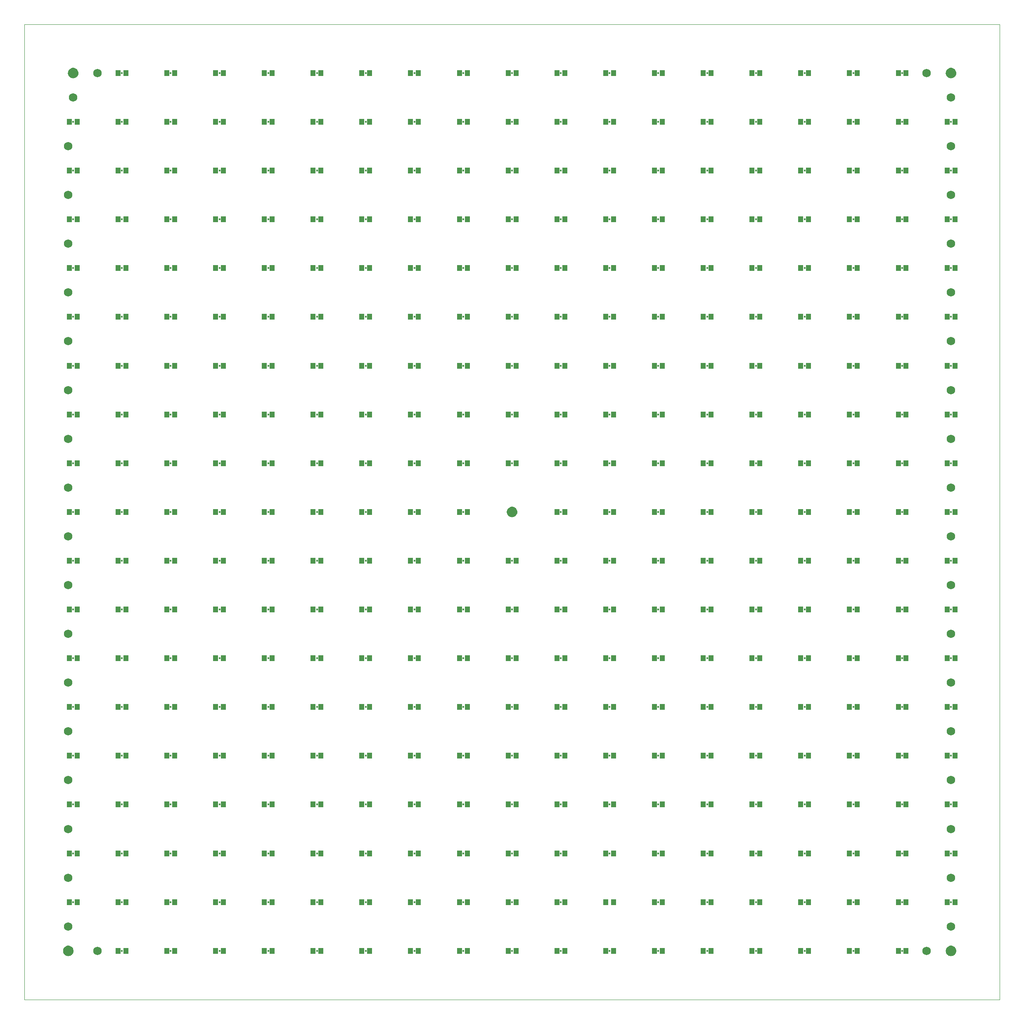
<source format=gts>
G75*
%MOIN*%
%OFA0B0*%
%FSLAX25Y25*%
%IPPOS*%
%LPD*%
%AMOC8*
5,1,8,0,0,1.08239X$1,22.5*
%
%ADD10C,0.00000*%
%ADD11R,0.04343X0.04737*%
%ADD12C,0.01587*%
%ADD13C,0.00500*%
%ADD14C,0.06800*%
D10*
X0020779Y0001800D02*
X0020779Y0789202D01*
X0808180Y0789202D01*
X0808180Y0001800D01*
X0020779Y0001800D01*
D11*
X0096369Y0041170D03*
X0102669Y0041170D03*
X0135740Y0041170D03*
X0142039Y0041170D03*
X0175110Y0041170D03*
X0181409Y0041170D03*
X0214480Y0041170D03*
X0220779Y0041170D03*
X0253850Y0041170D03*
X0260149Y0041170D03*
X0293220Y0041170D03*
X0299519Y0041170D03*
X0332590Y0041170D03*
X0338889Y0041170D03*
X0371960Y0041170D03*
X0378259Y0041170D03*
X0411330Y0041170D03*
X0417629Y0041170D03*
X0450700Y0041170D03*
X0456999Y0041170D03*
X0490070Y0041170D03*
X0496369Y0041170D03*
X0529440Y0041170D03*
X0535740Y0041170D03*
X0568810Y0041170D03*
X0575110Y0041170D03*
X0608180Y0041170D03*
X0614480Y0041170D03*
X0647551Y0041170D03*
X0653850Y0041170D03*
X0686921Y0041170D03*
X0693220Y0041170D03*
X0726291Y0041170D03*
X0732590Y0041170D03*
X0732590Y0080540D03*
X0726291Y0080540D03*
X0693220Y0080540D03*
X0686921Y0080540D03*
X0653850Y0080540D03*
X0647551Y0080540D03*
X0614480Y0080540D03*
X0608180Y0080540D03*
X0575110Y0080540D03*
X0568810Y0080540D03*
X0535740Y0080540D03*
X0529440Y0080540D03*
X0496369Y0080540D03*
X0490070Y0080540D03*
X0456999Y0080540D03*
X0450700Y0080540D03*
X0417629Y0080540D03*
X0411330Y0080540D03*
X0378259Y0080540D03*
X0371960Y0080540D03*
X0338889Y0080540D03*
X0332590Y0080540D03*
X0299519Y0080540D03*
X0293220Y0080540D03*
X0260149Y0080540D03*
X0253850Y0080540D03*
X0220779Y0080540D03*
X0214480Y0080540D03*
X0181409Y0080540D03*
X0175110Y0080540D03*
X0142039Y0080540D03*
X0135740Y0080540D03*
X0102669Y0080540D03*
X0096369Y0080540D03*
X0063299Y0080540D03*
X0056999Y0080540D03*
X0056999Y0119910D03*
X0063299Y0119910D03*
X0096369Y0119910D03*
X0102669Y0119910D03*
X0135740Y0119910D03*
X0142039Y0119910D03*
X0175110Y0119910D03*
X0181409Y0119910D03*
X0214480Y0119910D03*
X0220779Y0119910D03*
X0253850Y0119910D03*
X0260149Y0119910D03*
X0293220Y0119910D03*
X0299519Y0119910D03*
X0332590Y0119910D03*
X0338889Y0119910D03*
X0371960Y0119910D03*
X0378259Y0119910D03*
X0411330Y0119910D03*
X0417629Y0119910D03*
X0450700Y0119910D03*
X0456999Y0119910D03*
X0490070Y0119910D03*
X0496369Y0119910D03*
X0529440Y0119910D03*
X0535740Y0119910D03*
X0568810Y0119910D03*
X0575110Y0119910D03*
X0608180Y0119910D03*
X0614480Y0119910D03*
X0647551Y0119910D03*
X0653850Y0119910D03*
X0686921Y0119910D03*
X0693220Y0119910D03*
X0726291Y0119910D03*
X0732590Y0119910D03*
X0765661Y0119910D03*
X0771960Y0119910D03*
X0771960Y0080540D03*
X0765661Y0080540D03*
X0765661Y0159280D03*
X0771960Y0159280D03*
X0732590Y0159280D03*
X0726291Y0159280D03*
X0693220Y0159280D03*
X0686921Y0159280D03*
X0653850Y0159280D03*
X0647551Y0159280D03*
X0614480Y0159280D03*
X0608180Y0159280D03*
X0575110Y0159280D03*
X0568810Y0159280D03*
X0535740Y0159280D03*
X0529440Y0159280D03*
X0496369Y0159280D03*
X0490070Y0159280D03*
X0456999Y0159280D03*
X0450700Y0159280D03*
X0417629Y0159280D03*
X0411330Y0159280D03*
X0378259Y0159280D03*
X0371960Y0159280D03*
X0338889Y0159280D03*
X0332590Y0159280D03*
X0299519Y0159280D03*
X0293220Y0159280D03*
X0260149Y0159280D03*
X0253850Y0159280D03*
X0220779Y0159280D03*
X0214480Y0159280D03*
X0181409Y0159280D03*
X0175110Y0159280D03*
X0142039Y0159280D03*
X0135740Y0159280D03*
X0102669Y0159280D03*
X0096369Y0159280D03*
X0063299Y0159280D03*
X0056999Y0159280D03*
X0056999Y0198650D03*
X0063299Y0198650D03*
X0096369Y0198650D03*
X0102669Y0198650D03*
X0135740Y0198650D03*
X0142039Y0198650D03*
X0175110Y0198650D03*
X0181409Y0198650D03*
X0214480Y0198650D03*
X0220779Y0198650D03*
X0253850Y0198650D03*
X0260149Y0198650D03*
X0293220Y0198650D03*
X0299519Y0198650D03*
X0332590Y0198650D03*
X0338889Y0198650D03*
X0371960Y0198650D03*
X0378259Y0198650D03*
X0411330Y0198650D03*
X0417629Y0198650D03*
X0450700Y0198650D03*
X0456999Y0198650D03*
X0490070Y0198650D03*
X0496369Y0198650D03*
X0529440Y0198650D03*
X0535740Y0198650D03*
X0568810Y0198650D03*
X0575110Y0198650D03*
X0608180Y0198650D03*
X0614480Y0198650D03*
X0647551Y0198650D03*
X0653850Y0198650D03*
X0686921Y0198650D03*
X0693220Y0198650D03*
X0726291Y0198650D03*
X0732590Y0198650D03*
X0765661Y0198650D03*
X0771960Y0198650D03*
X0771960Y0238020D03*
X0765661Y0238020D03*
X0732590Y0238020D03*
X0726291Y0238020D03*
X0693220Y0238020D03*
X0686921Y0238020D03*
X0653850Y0238020D03*
X0647551Y0238020D03*
X0614480Y0238020D03*
X0608180Y0238020D03*
X0575110Y0238020D03*
X0568810Y0238020D03*
X0535740Y0238020D03*
X0529440Y0238020D03*
X0496369Y0238020D03*
X0490070Y0238020D03*
X0456999Y0238020D03*
X0450700Y0238020D03*
X0417629Y0238020D03*
X0411330Y0238020D03*
X0378259Y0238020D03*
X0371960Y0238020D03*
X0338889Y0238020D03*
X0332590Y0238020D03*
X0299519Y0238020D03*
X0293220Y0238020D03*
X0260149Y0238020D03*
X0253850Y0238020D03*
X0220779Y0238020D03*
X0214480Y0238020D03*
X0181409Y0238020D03*
X0175110Y0238020D03*
X0142039Y0238020D03*
X0135740Y0238020D03*
X0102669Y0238020D03*
X0096369Y0238020D03*
X0063299Y0238020D03*
X0056999Y0238020D03*
X0056999Y0277391D03*
X0063299Y0277391D03*
X0096369Y0277391D03*
X0102669Y0277391D03*
X0135740Y0277391D03*
X0142039Y0277391D03*
X0175110Y0277391D03*
X0181409Y0277391D03*
X0214480Y0277391D03*
X0220779Y0277391D03*
X0253850Y0277391D03*
X0260149Y0277391D03*
X0293220Y0277391D03*
X0299519Y0277391D03*
X0332590Y0277391D03*
X0338889Y0277391D03*
X0371960Y0277391D03*
X0378259Y0277391D03*
X0411330Y0277391D03*
X0417629Y0277391D03*
X0450700Y0277391D03*
X0456999Y0277391D03*
X0490070Y0277391D03*
X0496369Y0277391D03*
X0529440Y0277391D03*
X0535740Y0277391D03*
X0568810Y0277391D03*
X0575110Y0277391D03*
X0608180Y0277391D03*
X0614480Y0277391D03*
X0647551Y0277391D03*
X0653850Y0277391D03*
X0686921Y0277391D03*
X0693220Y0277391D03*
X0726291Y0277391D03*
X0732590Y0277391D03*
X0765661Y0277391D03*
X0771960Y0277391D03*
X0771960Y0316761D03*
X0765661Y0316761D03*
X0732590Y0316761D03*
X0726291Y0316761D03*
X0693220Y0316761D03*
X0686921Y0316761D03*
X0653850Y0316761D03*
X0647551Y0316761D03*
X0614480Y0316761D03*
X0608180Y0316761D03*
X0575110Y0316761D03*
X0568810Y0316761D03*
X0535740Y0316761D03*
X0529440Y0316761D03*
X0496369Y0316761D03*
X0490070Y0316761D03*
X0456999Y0316761D03*
X0450700Y0316761D03*
X0417629Y0316761D03*
X0411330Y0316761D03*
X0378259Y0316761D03*
X0371960Y0316761D03*
X0338889Y0316761D03*
X0332590Y0316761D03*
X0299519Y0316761D03*
X0293220Y0316761D03*
X0260149Y0316761D03*
X0253850Y0316761D03*
X0220779Y0316761D03*
X0214480Y0316761D03*
X0181409Y0316761D03*
X0175110Y0316761D03*
X0142039Y0316761D03*
X0135740Y0316761D03*
X0102669Y0316761D03*
X0096369Y0316761D03*
X0063299Y0316761D03*
X0056999Y0316761D03*
X0056999Y0356131D03*
X0063299Y0356131D03*
X0096369Y0356131D03*
X0102669Y0356131D03*
X0135740Y0356131D03*
X0142039Y0356131D03*
X0175110Y0356131D03*
X0181409Y0356131D03*
X0214480Y0356131D03*
X0220779Y0356131D03*
X0253850Y0356131D03*
X0260149Y0356131D03*
X0293220Y0356131D03*
X0299519Y0356131D03*
X0332590Y0356131D03*
X0338889Y0356131D03*
X0371960Y0356131D03*
X0378259Y0356131D03*
X0411330Y0356131D03*
X0417629Y0356131D03*
X0450700Y0356131D03*
X0456999Y0356131D03*
X0490070Y0356131D03*
X0496369Y0356131D03*
X0529440Y0356131D03*
X0535740Y0356131D03*
X0568810Y0356131D03*
X0575110Y0356131D03*
X0608180Y0356131D03*
X0614480Y0356131D03*
X0647551Y0356131D03*
X0653850Y0356131D03*
X0686921Y0356131D03*
X0693220Y0356131D03*
X0726291Y0356131D03*
X0732590Y0356131D03*
X0765661Y0356131D03*
X0771960Y0356131D03*
X0771960Y0395501D03*
X0765661Y0395501D03*
X0732590Y0395501D03*
X0726291Y0395501D03*
X0693220Y0395501D03*
X0686921Y0395501D03*
X0653850Y0395501D03*
X0647551Y0395501D03*
X0614480Y0395501D03*
X0608180Y0395501D03*
X0575110Y0395501D03*
X0568810Y0395501D03*
X0535740Y0395501D03*
X0529440Y0395501D03*
X0496369Y0395501D03*
X0490070Y0395501D03*
X0456999Y0395501D03*
X0450700Y0395501D03*
X0450700Y0434871D03*
X0456999Y0434871D03*
X0490070Y0434871D03*
X0496369Y0434871D03*
X0529440Y0434871D03*
X0535740Y0434871D03*
X0568810Y0434871D03*
X0575110Y0434871D03*
X0608180Y0434871D03*
X0614480Y0434871D03*
X0647551Y0434871D03*
X0653850Y0434871D03*
X0686921Y0434871D03*
X0693220Y0434871D03*
X0726291Y0434871D03*
X0732590Y0434871D03*
X0765661Y0434871D03*
X0771960Y0434871D03*
X0771960Y0474241D03*
X0765661Y0474241D03*
X0732590Y0474241D03*
X0726291Y0474241D03*
X0693220Y0474241D03*
X0686921Y0474241D03*
X0653850Y0474241D03*
X0647551Y0474241D03*
X0614480Y0474241D03*
X0608180Y0474241D03*
X0575110Y0474241D03*
X0568810Y0474241D03*
X0535740Y0474241D03*
X0529440Y0474241D03*
X0496369Y0474241D03*
X0490070Y0474241D03*
X0456999Y0474241D03*
X0450700Y0474241D03*
X0417629Y0474241D03*
X0411330Y0474241D03*
X0378259Y0474241D03*
X0371960Y0474241D03*
X0338889Y0474241D03*
X0332590Y0474241D03*
X0299519Y0474241D03*
X0293220Y0474241D03*
X0260149Y0474241D03*
X0253850Y0474241D03*
X0220779Y0474241D03*
X0214480Y0474241D03*
X0181409Y0474241D03*
X0175110Y0474241D03*
X0142039Y0474241D03*
X0135740Y0474241D03*
X0102669Y0474241D03*
X0096369Y0474241D03*
X0063299Y0474241D03*
X0056999Y0474241D03*
X0056999Y0513611D03*
X0063299Y0513611D03*
X0096369Y0513611D03*
X0102669Y0513611D03*
X0135740Y0513611D03*
X0142039Y0513611D03*
X0175110Y0513611D03*
X0181409Y0513611D03*
X0214480Y0513611D03*
X0220779Y0513611D03*
X0253850Y0513611D03*
X0260149Y0513611D03*
X0293220Y0513611D03*
X0299519Y0513611D03*
X0332590Y0513611D03*
X0338889Y0513611D03*
X0371960Y0513611D03*
X0378259Y0513611D03*
X0411330Y0513611D03*
X0417629Y0513611D03*
X0450700Y0513611D03*
X0456999Y0513611D03*
X0490070Y0513611D03*
X0496369Y0513611D03*
X0529440Y0513611D03*
X0535740Y0513611D03*
X0568810Y0513611D03*
X0575110Y0513611D03*
X0608180Y0513611D03*
X0614480Y0513611D03*
X0647551Y0513611D03*
X0653850Y0513611D03*
X0686921Y0513611D03*
X0693220Y0513611D03*
X0726291Y0513611D03*
X0732590Y0513611D03*
X0765661Y0513611D03*
X0771960Y0513611D03*
X0771960Y0552981D03*
X0765661Y0552981D03*
X0732590Y0552981D03*
X0726291Y0552981D03*
X0693220Y0552981D03*
X0686921Y0552981D03*
X0653850Y0552981D03*
X0647551Y0552981D03*
X0614480Y0552981D03*
X0608180Y0552981D03*
X0575110Y0552981D03*
X0568810Y0552981D03*
X0535740Y0552981D03*
X0529440Y0552981D03*
X0496369Y0552981D03*
X0490070Y0552981D03*
X0456999Y0552981D03*
X0450700Y0552981D03*
X0417629Y0552981D03*
X0411330Y0552981D03*
X0378259Y0552981D03*
X0371960Y0552981D03*
X0338889Y0552981D03*
X0332590Y0552981D03*
X0299519Y0552981D03*
X0293220Y0552981D03*
X0260149Y0552981D03*
X0253850Y0552981D03*
X0220779Y0552981D03*
X0214480Y0552981D03*
X0181409Y0552981D03*
X0175110Y0552981D03*
X0142039Y0552981D03*
X0135740Y0552981D03*
X0102669Y0552981D03*
X0096369Y0552981D03*
X0063299Y0552981D03*
X0056999Y0552981D03*
X0056999Y0592351D03*
X0063299Y0592351D03*
X0096369Y0592351D03*
X0102669Y0592351D03*
X0135740Y0592351D03*
X0142039Y0592351D03*
X0175110Y0592351D03*
X0181409Y0592351D03*
X0214480Y0592351D03*
X0220779Y0592351D03*
X0253850Y0592351D03*
X0260149Y0592351D03*
X0293220Y0592351D03*
X0299519Y0592351D03*
X0332590Y0592351D03*
X0338889Y0592351D03*
X0371960Y0592351D03*
X0378259Y0592351D03*
X0411330Y0592351D03*
X0417629Y0592351D03*
X0450700Y0592351D03*
X0456999Y0592351D03*
X0490070Y0592351D03*
X0496369Y0592351D03*
X0529440Y0592351D03*
X0535740Y0592351D03*
X0568810Y0592351D03*
X0575110Y0592351D03*
X0608180Y0592351D03*
X0614480Y0592351D03*
X0647551Y0592351D03*
X0653850Y0592351D03*
X0686921Y0592351D03*
X0693220Y0592351D03*
X0726291Y0592351D03*
X0732590Y0592351D03*
X0765661Y0592351D03*
X0771960Y0592351D03*
X0771960Y0631721D03*
X0765661Y0631721D03*
X0732590Y0631721D03*
X0726291Y0631721D03*
X0693220Y0631721D03*
X0686921Y0631721D03*
X0653850Y0631721D03*
X0647551Y0631721D03*
X0614480Y0631721D03*
X0608180Y0631721D03*
X0575110Y0631721D03*
X0568810Y0631721D03*
X0535740Y0631721D03*
X0529440Y0631721D03*
X0496369Y0631721D03*
X0490070Y0631721D03*
X0456999Y0631721D03*
X0450700Y0631721D03*
X0417629Y0631721D03*
X0411330Y0631721D03*
X0378259Y0631721D03*
X0371960Y0631721D03*
X0338889Y0631721D03*
X0332590Y0631721D03*
X0299519Y0631721D03*
X0293220Y0631721D03*
X0260149Y0631721D03*
X0253850Y0631721D03*
X0220779Y0631721D03*
X0214480Y0631721D03*
X0181409Y0631721D03*
X0175110Y0631721D03*
X0142039Y0631721D03*
X0135740Y0631721D03*
X0102669Y0631721D03*
X0096369Y0631721D03*
X0063299Y0631721D03*
X0056999Y0631721D03*
X0056999Y0671091D03*
X0063299Y0671091D03*
X0096369Y0671091D03*
X0102669Y0671091D03*
X0135740Y0671091D03*
X0142039Y0671091D03*
X0175110Y0671091D03*
X0181409Y0671091D03*
X0214480Y0671091D03*
X0220779Y0671091D03*
X0253850Y0671091D03*
X0260149Y0671091D03*
X0293220Y0671091D03*
X0299519Y0671091D03*
X0332590Y0671091D03*
X0338889Y0671091D03*
X0371960Y0671091D03*
X0378259Y0671091D03*
X0411330Y0671091D03*
X0417629Y0671091D03*
X0450700Y0671091D03*
X0456999Y0671091D03*
X0490070Y0671091D03*
X0496369Y0671091D03*
X0529440Y0671091D03*
X0535740Y0671091D03*
X0568810Y0671091D03*
X0575110Y0671091D03*
X0608180Y0671091D03*
X0614480Y0671091D03*
X0647551Y0671091D03*
X0653850Y0671091D03*
X0686921Y0671091D03*
X0693220Y0671091D03*
X0726291Y0671091D03*
X0732590Y0671091D03*
X0765661Y0671091D03*
X0771960Y0671091D03*
X0771960Y0710461D03*
X0765661Y0710461D03*
X0732590Y0710461D03*
X0726291Y0710461D03*
X0693220Y0710461D03*
X0686921Y0710461D03*
X0653850Y0710461D03*
X0647551Y0710461D03*
X0614480Y0710461D03*
X0608180Y0710461D03*
X0575110Y0710461D03*
X0568810Y0710461D03*
X0535740Y0710461D03*
X0529440Y0710461D03*
X0496369Y0710461D03*
X0490070Y0710461D03*
X0456999Y0710461D03*
X0450700Y0710461D03*
X0417629Y0710461D03*
X0411330Y0710461D03*
X0378259Y0710461D03*
X0371960Y0710461D03*
X0338889Y0710461D03*
X0332590Y0710461D03*
X0299519Y0710461D03*
X0293220Y0710461D03*
X0260149Y0710461D03*
X0253850Y0710461D03*
X0220779Y0710461D03*
X0214480Y0710461D03*
X0181409Y0710461D03*
X0175110Y0710461D03*
X0142039Y0710461D03*
X0135740Y0710461D03*
X0102669Y0710461D03*
X0096369Y0710461D03*
X0063299Y0710461D03*
X0056999Y0710461D03*
X0096369Y0749831D03*
X0102669Y0749831D03*
X0135740Y0749831D03*
X0142039Y0749831D03*
X0175110Y0749831D03*
X0181409Y0749831D03*
X0214480Y0749831D03*
X0220779Y0749831D03*
X0253850Y0749831D03*
X0260149Y0749831D03*
X0293220Y0749831D03*
X0299519Y0749831D03*
X0332590Y0749831D03*
X0338889Y0749831D03*
X0371960Y0749831D03*
X0378259Y0749831D03*
X0411330Y0749831D03*
X0417629Y0749831D03*
X0450700Y0749831D03*
X0456999Y0749831D03*
X0490070Y0749831D03*
X0496369Y0749831D03*
X0529440Y0749831D03*
X0535740Y0749831D03*
X0568810Y0749831D03*
X0575110Y0749831D03*
X0608180Y0749831D03*
X0614480Y0749831D03*
X0647551Y0749831D03*
X0653850Y0749831D03*
X0686921Y0749831D03*
X0693220Y0749831D03*
X0726291Y0749831D03*
X0732590Y0749831D03*
X0417629Y0434871D03*
X0411330Y0434871D03*
X0378259Y0434871D03*
X0371960Y0434871D03*
X0338889Y0434871D03*
X0332590Y0434871D03*
X0332590Y0395501D03*
X0338889Y0395501D03*
X0371960Y0395501D03*
X0378259Y0395501D03*
X0299519Y0395501D03*
X0293220Y0395501D03*
X0260149Y0395501D03*
X0253850Y0395501D03*
X0220779Y0395501D03*
X0214480Y0395501D03*
X0181409Y0395501D03*
X0175110Y0395501D03*
X0142039Y0395501D03*
X0135740Y0395501D03*
X0102669Y0395501D03*
X0096369Y0395501D03*
X0063299Y0395501D03*
X0056999Y0395501D03*
X0056999Y0434871D03*
X0063299Y0434871D03*
X0096369Y0434871D03*
X0102669Y0434871D03*
X0135740Y0434871D03*
X0142039Y0434871D03*
X0175110Y0434871D03*
X0181409Y0434871D03*
X0214480Y0434871D03*
X0220779Y0434871D03*
X0253850Y0434871D03*
X0260149Y0434871D03*
X0293220Y0434871D03*
X0299519Y0434871D03*
D12*
X0296369Y0434871D03*
X0296369Y0395501D03*
X0256999Y0395501D03*
X0256999Y0434871D03*
X0217629Y0434871D03*
X0178259Y0434871D03*
X0178259Y0395501D03*
X0217629Y0395501D03*
X0217629Y0356131D03*
X0178259Y0356131D03*
X0138889Y0356131D03*
X0138889Y0395501D03*
X0138889Y0434871D03*
X0138889Y0474241D03*
X0099519Y0474241D03*
X0099519Y0513611D03*
X0060149Y0513611D03*
X0060149Y0474241D03*
X0060149Y0434871D03*
X0060149Y0395501D03*
X0099519Y0395501D03*
X0099519Y0434871D03*
X0099519Y0356131D03*
X0060149Y0356131D03*
X0060149Y0316761D03*
X0099519Y0316761D03*
X0138889Y0316761D03*
X0178259Y0316761D03*
X0217629Y0316761D03*
X0256999Y0316761D03*
X0256999Y0356131D03*
X0296369Y0356131D03*
X0296369Y0316761D03*
X0296369Y0277391D03*
X0256999Y0277391D03*
X0217629Y0277391D03*
X0178259Y0277391D03*
X0138889Y0277391D03*
X0099519Y0277391D03*
X0060149Y0277391D03*
X0060149Y0238020D03*
X0060149Y0198650D03*
X0060149Y0159280D03*
X0060149Y0119910D03*
X0060149Y0080540D03*
X0099519Y0080540D03*
X0099519Y0041170D03*
X0138889Y0041170D03*
X0138889Y0080540D03*
X0178259Y0080540D03*
X0217629Y0080540D03*
X0217629Y0041170D03*
X0178259Y0041170D03*
X0256999Y0041170D03*
X0256999Y0080540D03*
X0256999Y0119910D03*
X0217629Y0119910D03*
X0178259Y0119910D03*
X0138889Y0119910D03*
X0099519Y0119910D03*
X0099519Y0159280D03*
X0138889Y0159280D03*
X0178259Y0159280D03*
X0217629Y0159280D03*
X0256999Y0159280D03*
X0256999Y0198650D03*
X0217629Y0198650D03*
X0178259Y0198650D03*
X0138889Y0198650D03*
X0099519Y0198650D03*
X0099519Y0238020D03*
X0138889Y0238020D03*
X0178259Y0238020D03*
X0217629Y0238020D03*
X0256999Y0238020D03*
X0296369Y0238020D03*
X0296369Y0198650D03*
X0296369Y0159280D03*
X0296369Y0119910D03*
X0296369Y0080540D03*
X0296369Y0041170D03*
X0335740Y0041170D03*
X0375110Y0041170D03*
X0414480Y0041170D03*
X0453850Y0041170D03*
X0493220Y0041170D03*
X0532590Y0041170D03*
X0571960Y0041170D03*
X0611330Y0041170D03*
X0611330Y0080540D03*
X0571960Y0080540D03*
X0532590Y0080540D03*
X0532590Y0119910D03*
X0571960Y0119910D03*
X0611330Y0119910D03*
X0650700Y0119910D03*
X0650700Y0080540D03*
X0650700Y0041170D03*
X0690070Y0041170D03*
X0690070Y0080540D03*
X0690070Y0119910D03*
X0729440Y0119910D03*
X0768810Y0119910D03*
X0768810Y0080540D03*
X0729440Y0080540D03*
X0729440Y0041170D03*
X0729440Y0159280D03*
X0768810Y0159280D03*
X0768810Y0198650D03*
X0729440Y0198650D03*
X0690070Y0198650D03*
X0690070Y0159280D03*
X0650700Y0159280D03*
X0611330Y0159280D03*
X0571960Y0159280D03*
X0532590Y0159280D03*
X0493220Y0159280D03*
X0453850Y0159280D03*
X0453850Y0119910D03*
X0493220Y0119910D03*
X0453850Y0080540D03*
X0414480Y0080540D03*
X0414480Y0119910D03*
X0414480Y0159280D03*
X0414480Y0198650D03*
X0453850Y0198650D03*
X0493220Y0198650D03*
X0532590Y0198650D03*
X0571960Y0198650D03*
X0611330Y0198650D03*
X0650700Y0198650D03*
X0650700Y0238020D03*
X0611330Y0238020D03*
X0571960Y0238020D03*
X0532590Y0238020D03*
X0493220Y0238020D03*
X0453850Y0238020D03*
X0414480Y0238020D03*
X0375110Y0238020D03*
X0375110Y0198650D03*
X0375110Y0159280D03*
X0375110Y0119910D03*
X0375110Y0080540D03*
X0335740Y0080540D03*
X0335740Y0119910D03*
X0335740Y0159280D03*
X0335740Y0198650D03*
X0335740Y0238020D03*
X0335740Y0277391D03*
X0375110Y0277391D03*
X0375110Y0316761D03*
X0414480Y0316761D03*
X0414480Y0356131D03*
X0453850Y0356131D03*
X0493220Y0356131D03*
X0493220Y0395501D03*
X0493220Y0434871D03*
X0453850Y0434871D03*
X0453850Y0395501D03*
X0414480Y0434871D03*
X0414480Y0474241D03*
X0453850Y0474241D03*
X0493220Y0474241D03*
X0532590Y0474241D03*
X0571960Y0474241D03*
X0571960Y0513611D03*
X0611330Y0513611D03*
X0611330Y0474241D03*
X0611330Y0434871D03*
X0611330Y0395501D03*
X0571960Y0395501D03*
X0571960Y0434871D03*
X0532590Y0434871D03*
X0532590Y0395501D03*
X0532590Y0356131D03*
X0571960Y0356131D03*
X0611330Y0356131D03*
X0650700Y0356131D03*
X0650700Y0395501D03*
X0650700Y0434871D03*
X0650700Y0474241D03*
X0650700Y0513611D03*
X0650700Y0552981D03*
X0611330Y0552981D03*
X0571960Y0552981D03*
X0532590Y0552981D03*
X0532590Y0513611D03*
X0493220Y0513611D03*
X0453850Y0513611D03*
X0453850Y0552981D03*
X0493220Y0552981D03*
X0493220Y0592351D03*
X0453850Y0592351D03*
X0453850Y0631721D03*
X0493220Y0631721D03*
X0532590Y0631721D03*
X0532590Y0592351D03*
X0571960Y0592351D03*
X0611330Y0592351D03*
X0650700Y0592351D03*
X0690070Y0592351D03*
X0690070Y0552981D03*
X0690070Y0513611D03*
X0690070Y0474241D03*
X0690070Y0434871D03*
X0690070Y0395501D03*
X0690070Y0356131D03*
X0729440Y0356131D03*
X0768810Y0356131D03*
X0768810Y0395501D03*
X0729440Y0395501D03*
X0729440Y0434871D03*
X0768810Y0434871D03*
X0768810Y0474241D03*
X0729440Y0474241D03*
X0729440Y0513611D03*
X0768810Y0513611D03*
X0768810Y0552981D03*
X0729440Y0552981D03*
X0729440Y0592351D03*
X0768810Y0592351D03*
X0768810Y0631721D03*
X0729440Y0631721D03*
X0690070Y0631721D03*
X0650700Y0631721D03*
X0611330Y0631721D03*
X0571960Y0631721D03*
X0571960Y0671091D03*
X0611330Y0671091D03*
X0650700Y0671091D03*
X0690070Y0671091D03*
X0729440Y0671091D03*
X0768810Y0671091D03*
X0768810Y0710461D03*
X0729440Y0710461D03*
X0690070Y0710461D03*
X0650700Y0710461D03*
X0611330Y0710461D03*
X0571960Y0710461D03*
X0532590Y0710461D03*
X0532590Y0671091D03*
X0493220Y0671091D03*
X0453850Y0671091D03*
X0414480Y0671091D03*
X0414480Y0631721D03*
X0414480Y0592351D03*
X0414480Y0552981D03*
X0414480Y0513611D03*
X0375110Y0513611D03*
X0375110Y0474241D03*
X0375110Y0434871D03*
X0375110Y0395501D03*
X0375110Y0356131D03*
X0335740Y0356131D03*
X0335740Y0395501D03*
X0335740Y0434871D03*
X0335740Y0474241D03*
X0335740Y0513611D03*
X0335740Y0552981D03*
X0375110Y0552981D03*
X0375110Y0592351D03*
X0375110Y0631721D03*
X0375110Y0671091D03*
X0375110Y0710461D03*
X0414480Y0710461D03*
X0453850Y0710461D03*
X0493220Y0710461D03*
X0493220Y0749831D03*
X0453850Y0749831D03*
X0414480Y0749831D03*
X0375110Y0749831D03*
X0335740Y0749831D03*
X0335740Y0710461D03*
X0335740Y0671091D03*
X0335740Y0631721D03*
X0335740Y0592351D03*
X0296369Y0592351D03*
X0256999Y0592351D03*
X0217629Y0592351D03*
X0178259Y0592351D03*
X0138889Y0592351D03*
X0138889Y0552981D03*
X0099519Y0552981D03*
X0060149Y0552981D03*
X0060149Y0592351D03*
X0099519Y0592351D03*
X0099519Y0631721D03*
X0060149Y0631721D03*
X0060149Y0671091D03*
X0099519Y0671091D03*
X0138889Y0671091D03*
X0138889Y0631721D03*
X0178259Y0631721D03*
X0217629Y0631721D03*
X0217629Y0671091D03*
X0178259Y0671091D03*
X0178259Y0710461D03*
X0217629Y0710461D03*
X0256999Y0710461D03*
X0256999Y0671091D03*
X0256999Y0631721D03*
X0296369Y0631721D03*
X0296369Y0671091D03*
X0296369Y0710461D03*
X0296369Y0749831D03*
X0256999Y0749831D03*
X0217629Y0749831D03*
X0178259Y0749831D03*
X0138889Y0749831D03*
X0138889Y0710461D03*
X0099519Y0710461D03*
X0060149Y0710461D03*
X0099519Y0749831D03*
X0178259Y0552981D03*
X0217629Y0552981D03*
X0217629Y0513611D03*
X0178259Y0513611D03*
X0138889Y0513611D03*
X0178259Y0474241D03*
X0217629Y0474241D03*
X0256999Y0474241D03*
X0256999Y0513611D03*
X0256999Y0552981D03*
X0296369Y0552981D03*
X0296369Y0513611D03*
X0296369Y0474241D03*
X0335740Y0316761D03*
X0414480Y0277391D03*
X0453850Y0277391D03*
X0493220Y0277391D03*
X0493220Y0316761D03*
X0453850Y0316761D03*
X0532590Y0316761D03*
X0571960Y0316761D03*
X0611330Y0316761D03*
X0650700Y0316761D03*
X0690070Y0316761D03*
X0729440Y0316761D03*
X0768810Y0316761D03*
X0768810Y0277391D03*
X0729440Y0277391D03*
X0690070Y0277391D03*
X0650700Y0277391D03*
X0611330Y0277391D03*
X0571960Y0277391D03*
X0532590Y0277391D03*
X0690070Y0238020D03*
X0729440Y0238020D03*
X0768810Y0238020D03*
X0729440Y0749831D03*
X0690070Y0749831D03*
X0650700Y0749831D03*
X0611330Y0749831D03*
X0571960Y0749831D03*
X0532590Y0749831D03*
D13*
X0764873Y0749831D02*
X0764933Y0750515D01*
X0765111Y0751178D01*
X0765401Y0751800D01*
X0765794Y0752362D01*
X0766280Y0752847D01*
X0766842Y0753241D01*
X0767464Y0753531D01*
X0768127Y0753709D01*
X0768810Y0753769D01*
X0769494Y0753709D01*
X0770157Y0753531D01*
X0770779Y0753241D01*
X0771341Y0752847D01*
X0771826Y0752362D01*
X0772220Y0751800D01*
X0772510Y0751178D01*
X0772688Y0750515D01*
X0772747Y0749831D01*
X0772688Y0749148D01*
X0772510Y0748485D01*
X0772220Y0747863D01*
X0771826Y0747301D01*
X0771341Y0746816D01*
X0770779Y0746422D01*
X0770157Y0746132D01*
X0769494Y0745954D01*
X0768810Y0745894D01*
X0768127Y0745954D01*
X0767464Y0746132D01*
X0766842Y0746422D01*
X0766280Y0746816D01*
X0765794Y0747301D01*
X0765401Y0747863D01*
X0765111Y0748485D01*
X0764933Y0749148D01*
X0764873Y0749831D01*
X0764883Y0749942D02*
X0772738Y0749942D01*
X0772713Y0749444D02*
X0764907Y0749444D01*
X0764987Y0748945D02*
X0772633Y0748945D01*
X0772492Y0748447D02*
X0765129Y0748447D01*
X0765361Y0747948D02*
X0772260Y0747948D01*
X0771931Y0747450D02*
X0765690Y0747450D01*
X0766144Y0746951D02*
X0771477Y0746951D01*
X0770823Y0746453D02*
X0766798Y0746453D01*
X0768127Y0745954D02*
X0769493Y0745954D01*
X0772694Y0750441D02*
X0764927Y0750441D01*
X0765047Y0750939D02*
X0772574Y0750939D01*
X0772389Y0751438D02*
X0765232Y0751438D01*
X0765496Y0751936D02*
X0772124Y0751936D01*
X0771754Y0752435D02*
X0765867Y0752435D01*
X0766403Y0752933D02*
X0771218Y0752933D01*
X0770370Y0753432D02*
X0767251Y0753432D01*
X0417010Y0398517D02*
X0416448Y0398910D01*
X0415826Y0399200D01*
X0415163Y0399378D01*
X0414480Y0399438D01*
X0413796Y0399378D01*
X0413133Y0399200D01*
X0412511Y0398910D01*
X0411949Y0398517D01*
X0411464Y0398031D01*
X0411070Y0397469D01*
X0410780Y0396847D01*
X0410602Y0396184D01*
X0410543Y0395501D01*
X0418417Y0395501D01*
X0418357Y0396184D01*
X0418179Y0396847D01*
X0417889Y0397469D01*
X0417496Y0398031D01*
X0417010Y0398517D01*
X0417035Y0398492D02*
X0411924Y0398492D01*
X0411437Y0397993D02*
X0417522Y0397993D01*
X0417871Y0397495D02*
X0411088Y0397495D01*
X0410850Y0396996D02*
X0418110Y0396996D01*
X0418273Y0396498D02*
X0410686Y0396498D01*
X0410586Y0395999D02*
X0418373Y0395999D01*
X0418417Y0395501D02*
X0418357Y0394817D01*
X0418179Y0394154D01*
X0417889Y0393532D01*
X0417496Y0392970D01*
X0417010Y0392485D01*
X0416448Y0392091D01*
X0415826Y0391801D01*
X0415163Y0391624D01*
X0414480Y0391564D01*
X0413796Y0391624D01*
X0413133Y0391801D01*
X0412511Y0392091D01*
X0411949Y0392485D01*
X0411464Y0392970D01*
X0411070Y0393532D01*
X0410780Y0394154D01*
X0410602Y0394817D01*
X0410543Y0395501D01*
X0410586Y0395002D02*
X0418373Y0395002D01*
X0418273Y0394504D02*
X0410686Y0394504D01*
X0410850Y0394005D02*
X0418110Y0394005D01*
X0417871Y0393507D02*
X0411088Y0393507D01*
X0411437Y0393008D02*
X0417522Y0393008D01*
X0417035Y0392510D02*
X0411924Y0392510D01*
X0412683Y0392011D02*
X0416277Y0392011D01*
X0416277Y0398990D02*
X0412683Y0398990D01*
X0063165Y0747301D02*
X0063559Y0747863D01*
X0063849Y0748485D01*
X0064026Y0749148D01*
X0064086Y0749831D01*
X0064026Y0750515D01*
X0063849Y0751178D01*
X0063559Y0751800D01*
X0063165Y0752362D01*
X0062680Y0752847D01*
X0062117Y0753241D01*
X0061495Y0753531D01*
X0060833Y0753709D01*
X0060149Y0753769D01*
X0059465Y0753709D01*
X0058802Y0753531D01*
X0058180Y0753241D01*
X0057618Y0752847D01*
X0057133Y0752362D01*
X0056739Y0751800D01*
X0056449Y0751178D01*
X0056272Y0750515D01*
X0056212Y0749831D01*
X0056272Y0749148D01*
X0056449Y0748485D01*
X0056739Y0747863D01*
X0057133Y0747301D01*
X0057618Y0746816D01*
X0058180Y0746422D01*
X0058802Y0746132D01*
X0059465Y0745954D01*
X0060149Y0745894D01*
X0060833Y0745954D01*
X0061495Y0746132D01*
X0062117Y0746422D01*
X0062680Y0746816D01*
X0063165Y0747301D01*
X0063269Y0747450D02*
X0057029Y0747450D01*
X0056700Y0747948D02*
X0063598Y0747948D01*
X0063831Y0748447D02*
X0056467Y0748447D01*
X0056326Y0748945D02*
X0063972Y0748945D01*
X0064052Y0749444D02*
X0056246Y0749444D01*
X0056222Y0749942D02*
X0064076Y0749942D01*
X0064033Y0750441D02*
X0056265Y0750441D01*
X0056385Y0750939D02*
X0063912Y0750939D01*
X0063727Y0751438D02*
X0056571Y0751438D01*
X0056835Y0751936D02*
X0063463Y0751936D01*
X0063092Y0752435D02*
X0057206Y0752435D01*
X0057741Y0752933D02*
X0062557Y0752933D01*
X0061708Y0753432D02*
X0058590Y0753432D01*
X0057483Y0746951D02*
X0062815Y0746951D01*
X0062161Y0746453D02*
X0058136Y0746453D01*
X0059466Y0745954D02*
X0060832Y0745954D01*
X0056212Y0045107D02*
X0055528Y0045047D01*
X0054865Y0044870D01*
X0054243Y0044580D01*
X0053681Y0044186D01*
X0053196Y0043701D01*
X0052802Y0043139D01*
X0052512Y0042517D01*
X0052335Y0041854D01*
X0052275Y0041170D01*
X0052335Y0040486D01*
X0052512Y0039824D01*
X0052802Y0039202D01*
X0053196Y0038639D01*
X0053681Y0038154D01*
X0054243Y0037761D01*
X0054865Y0037470D01*
X0055528Y0037293D01*
X0056212Y0037233D01*
X0056896Y0037293D01*
X0057558Y0037470D01*
X0058180Y0037761D01*
X0058743Y0038154D01*
X0059228Y0038639D01*
X0059622Y0039202D01*
X0059912Y0039824D01*
X0060089Y0040486D01*
X0060149Y0041170D01*
X0060089Y0041854D01*
X0059912Y0042517D01*
X0059622Y0043139D01*
X0059228Y0043701D01*
X0058743Y0044186D01*
X0058180Y0044580D01*
X0057558Y0044870D01*
X0056896Y0045047D01*
X0056212Y0045107D01*
X0055529Y0045047D02*
X0056895Y0045047D01*
X0058224Y0044549D02*
X0054199Y0044549D01*
X0053546Y0044050D02*
X0058878Y0044050D01*
X0059332Y0043552D02*
X0053092Y0043552D01*
X0052763Y0043053D02*
X0059661Y0043053D01*
X0059894Y0042555D02*
X0052530Y0042555D01*
X0052389Y0042056D02*
X0060035Y0042056D01*
X0060115Y0041558D02*
X0052309Y0041558D01*
X0052285Y0041059D02*
X0060139Y0041059D01*
X0060096Y0040561D02*
X0052328Y0040561D01*
X0052448Y0040062D02*
X0059975Y0040062D01*
X0059790Y0039564D02*
X0052634Y0039564D01*
X0052898Y0039065D02*
X0059526Y0039065D01*
X0059155Y0038567D02*
X0053269Y0038567D01*
X0053804Y0038068D02*
X0058620Y0038068D01*
X0057771Y0037570D02*
X0054653Y0037570D01*
X0764873Y0041170D02*
X0764933Y0041854D01*
X0765111Y0042517D01*
X0765401Y0043139D01*
X0765794Y0043701D01*
X0766280Y0044186D01*
X0766842Y0044580D01*
X0767464Y0044870D01*
X0768127Y0045047D01*
X0768810Y0045107D01*
X0769494Y0045047D01*
X0770157Y0044870D01*
X0770779Y0044580D01*
X0771341Y0044186D01*
X0771826Y0043701D01*
X0772220Y0043139D01*
X0772510Y0042517D01*
X0772688Y0041854D01*
X0772747Y0041170D01*
X0772688Y0040486D01*
X0772510Y0039824D01*
X0772220Y0039202D01*
X0771826Y0038639D01*
X0771341Y0038154D01*
X0770779Y0037761D01*
X0770157Y0037470D01*
X0769494Y0037293D01*
X0768810Y0037233D01*
X0768127Y0037293D01*
X0767464Y0037470D01*
X0766842Y0037761D01*
X0766280Y0038154D01*
X0765794Y0038639D01*
X0765401Y0039202D01*
X0765111Y0039824D01*
X0764933Y0040486D01*
X0764873Y0041170D01*
X0764883Y0041059D02*
X0772738Y0041059D01*
X0772713Y0041558D02*
X0764907Y0041558D01*
X0764987Y0042056D02*
X0772633Y0042056D01*
X0772492Y0042555D02*
X0765129Y0042555D01*
X0765361Y0043053D02*
X0772260Y0043053D01*
X0771931Y0043552D02*
X0765690Y0043552D01*
X0766144Y0044050D02*
X0771477Y0044050D01*
X0770823Y0044549D02*
X0766798Y0044549D01*
X0768127Y0045047D02*
X0769493Y0045047D01*
X0772694Y0040561D02*
X0764927Y0040561D01*
X0765047Y0040062D02*
X0772574Y0040062D01*
X0772389Y0039564D02*
X0765232Y0039564D01*
X0765496Y0039065D02*
X0772124Y0039065D01*
X0771754Y0038567D02*
X0765867Y0038567D01*
X0766403Y0038068D02*
X0771218Y0038068D01*
X0770370Y0037570D02*
X0767251Y0037570D01*
D14*
X0749125Y0041170D03*
X0768810Y0060855D03*
X0768810Y0100225D03*
X0768810Y0139595D03*
X0768810Y0178965D03*
X0768810Y0218335D03*
X0768810Y0257706D03*
X0768810Y0297076D03*
X0768810Y0336446D03*
X0768810Y0375816D03*
X0768810Y0415186D03*
X0768810Y0454556D03*
X0768810Y0493926D03*
X0768810Y0533296D03*
X0768810Y0572666D03*
X0768810Y0612036D03*
X0768810Y0651406D03*
X0768810Y0690776D03*
X0768810Y0730146D03*
X0749125Y0749831D03*
X0079834Y0749831D03*
X0060149Y0730146D03*
X0056212Y0690776D03*
X0056212Y0651406D03*
X0056212Y0612036D03*
X0056212Y0572666D03*
X0056212Y0533296D03*
X0056212Y0493926D03*
X0056212Y0454556D03*
X0056212Y0415186D03*
X0056212Y0375816D03*
X0056212Y0336446D03*
X0056212Y0297076D03*
X0056212Y0257706D03*
X0056212Y0218335D03*
X0056212Y0178965D03*
X0056212Y0139595D03*
X0056212Y0100225D03*
X0056212Y0060855D03*
X0079834Y0041170D03*
M02*

</source>
